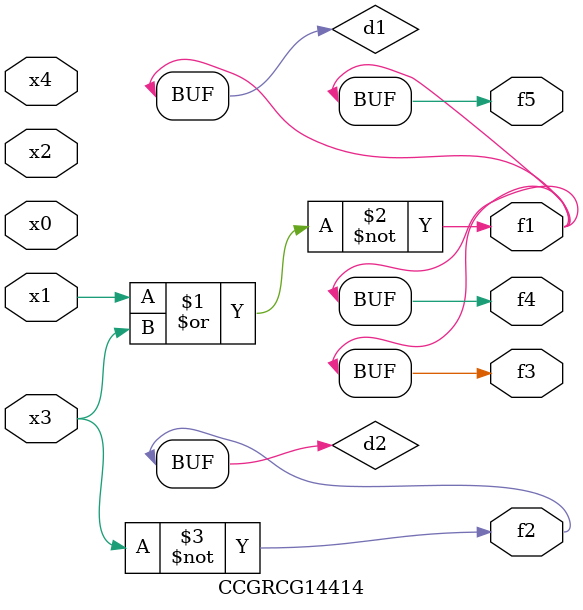
<source format=v>
module CCGRCG14414(
	input x0, x1, x2, x3, x4,
	output f1, f2, f3, f4, f5
);

	wire d1, d2;

	nor (d1, x1, x3);
	not (d2, x3);
	assign f1 = d1;
	assign f2 = d2;
	assign f3 = d1;
	assign f4 = d1;
	assign f5 = d1;
endmodule

</source>
